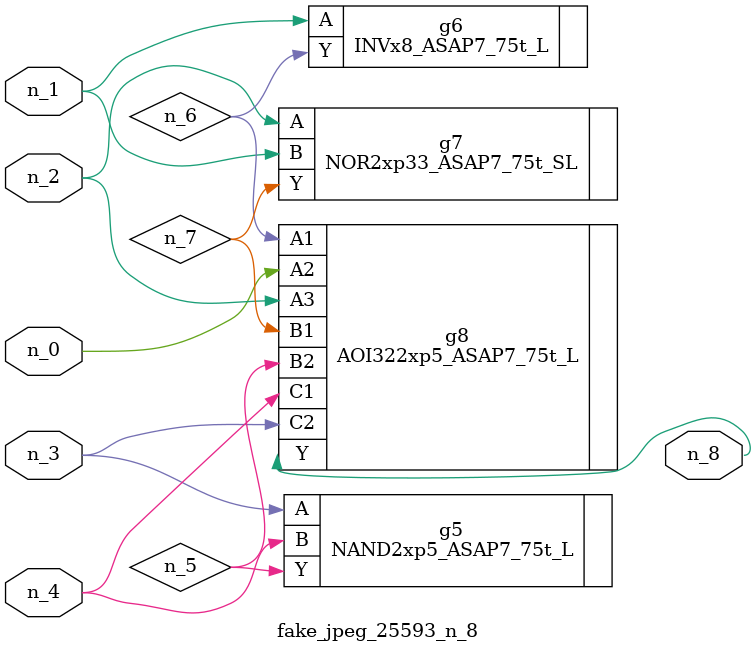
<source format=v>
module fake_jpeg_25593_n_8 (n_3, n_2, n_1, n_0, n_4, n_8);

input n_3;
input n_2;
input n_1;
input n_0;
input n_4;

output n_8;

wire n_6;
wire n_5;
wire n_7;

NAND2xp5_ASAP7_75t_L g5 ( 
.A(n_3),
.B(n_4),
.Y(n_5)
);

INVx8_ASAP7_75t_L g6 ( 
.A(n_1),
.Y(n_6)
);

NOR2xp33_ASAP7_75t_SL g7 ( 
.A(n_2),
.B(n_1),
.Y(n_7)
);

AOI322xp5_ASAP7_75t_L g8 ( 
.A1(n_6),
.A2(n_0),
.A3(n_2),
.B1(n_7),
.B2(n_5),
.C1(n_4),
.C2(n_3),
.Y(n_8)
);


endmodule
</source>
